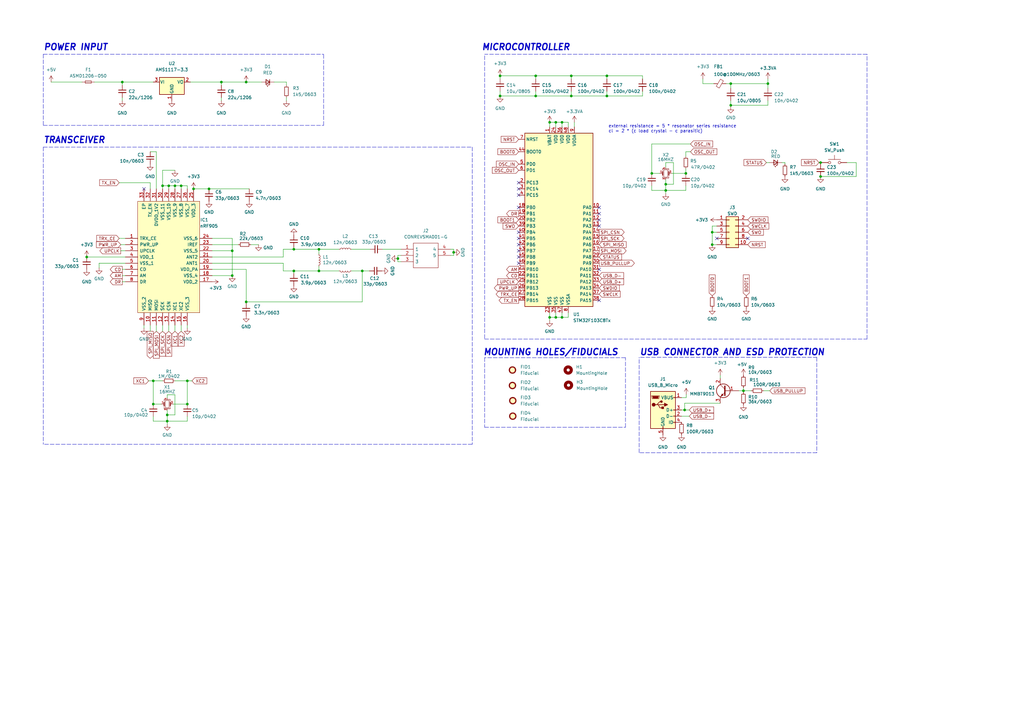
<source format=kicad_sch>
(kicad_sch (version 20211123) (generator eeschema)
  (paper "A3")
  (junction (at 267.335 71.12))
  (junction (at 292.1 100.33))
  (junction (at 314.96 34.29))
  (junction (at 148.59 111.125))
  (junction (at 273.05 78.105))
  (junction (at 234.315 39.37))
  (junction (at 76.835 165.735))
  (junction (at 68.58 172.72))
  (junction (at 281.305 71.12))
  (junction (at 95.25 113.03))
  (junction (at 299.72 34.29))
  (junction (at 227.965 50.165))
  (junction (at 248.92 31.115))
  (junction (at 62.865 156.21))
  (junction (at 292.1 95.25))
  (junction (at 280.797 168.148))
  (junction (at 130.81 102.235))
  (junction (at 230.505 130.175))
  (junction (at 225.425 50.165))
  (junction (at 273.05 75.565))
  (junction (at 163.195 106.045))
  (junction (at 85.725 77.47))
  (junction (at 62.865 165.735))
  (junction (at 219.71 39.37))
  (junction (at 130.81 111.125))
  (junction (at 120.523 111.125))
  (junction (at 76.835 156.21))
  (junction (at 74.295 76.2))
  (junction (at 71.755 76.2))
  (junction (at 100.965 123.825))
  (junction (at 248.92 39.37))
  (junction (at 227.965 130.175))
  (junction (at 66.675 76.2))
  (junction (at 69.215 76.2))
  (junction (at 100.965 33.655))
  (junction (at 95.25 102.87))
  (junction (at 35.56 105.41))
  (junction (at 225.425 130.175))
  (junction (at 186.055 103.505))
  (junction (at 120.523 102.235))
  (junction (at 219.71 31.115))
  (junction (at 299.72 43.18))
  (junction (at 205.105 31.115))
  (junction (at 304.927 160.274))
  (junction (at 230.505 50.165))
  (junction (at 336.55 66.675))
  (junction (at 68.58 170.18))
  (junction (at 79.375 77.47))
  (junction (at 90.805 33.655))
  (junction (at 234.315 31.115))
  (junction (at 50.165 33.655))
  (junction (at 205.105 39.37))
  (junction (at 336.55 72.39))
  (no_connect (at 245.745 110.49))
  (no_connect (at 212.725 74.93))
  (no_connect (at 212.725 102.87))
  (no_connect (at 212.725 85.09))
  (no_connect (at 212.725 100.33))
  (no_connect (at 212.725 77.47))
  (no_connect (at 245.745 92.71))
  (no_connect (at 212.725 105.41))
  (no_connect (at 212.725 80.01))
  (no_connect (at 212.725 97.79))
  (no_connect (at 212.725 95.25))
  (no_connect (at 212.725 107.95))
  (no_connect (at 306.705 97.79))
  (no_connect (at 59.055 77.47))
  (no_connect (at 245.745 85.09))
  (no_connect (at 245.745 87.63))
  (no_connect (at 294.005 97.79))
  (no_connect (at 245.745 123.19))
  (no_connect (at 245.745 90.17))
  (wire (pts (xy 74.295 76.2) (xy 74.295 77.47)))
  (wire (pts (xy 62.865 172.72) (xy 68.58 172.72)))
  (polyline (pts (xy 262.128 185.674) (xy 262.128 146.558)))
  (wire (pts (xy 68.58 161.925) (xy 71.755 161.925)))
  (wire (pts (xy 297.815 34.29) (xy 299.72 34.29)))
  (wire (pts (xy 86.995 102.87) (xy 95.25 102.87)))
  (wire (pts (xy 267.335 59.055) (xy 267.335 71.12)))
  (wire (pts (xy 234.315 37.465) (xy 234.315 39.37)))
  (wire (pts (xy 64.135 62.23) (xy 64.135 77.47)))
  (wire (pts (xy 276.225 66.675) (xy 276.225 75.565)))
  (polyline (pts (xy 198.755 139.065) (xy 355.6 139.065)))
  (wire (pts (xy 263.525 31.115) (xy 263.525 32.385)))
  (wire (pts (xy 120.523 101.473) (xy 120.523 102.235)))
  (wire (pts (xy 35.56 105.41) (xy 51.435 105.41)))
  (polyline (pts (xy 17.78 22.225) (xy 17.78 51.435)))
  (wire (pts (xy 90.805 33.655) (xy 90.805 34.925)))
  (wire (pts (xy 299.72 43.18) (xy 314.96 43.18)))
  (wire (pts (xy 336.55 66.675) (xy 337.185 66.675)))
  (wire (pts (xy 106.045 100.33) (xy 102.87 100.33)))
  (wire (pts (xy 120.523 111.125) (xy 120.523 112.141)))
  (wire (pts (xy 50.165 33.655) (xy 62.865 33.655)))
  (wire (pts (xy 295.402 153.924) (xy 295.402 155.194)))
  (wire (pts (xy 227.965 130.175) (xy 230.505 130.175)))
  (wire (pts (xy 186.055 103.505) (xy 186.055 104.775)))
  (wire (pts (xy 62.865 165.735) (xy 66.04 165.735)))
  (wire (pts (xy 69.215 133.35) (xy 69.215 135.89)))
  (wire (pts (xy 281.432 163.068) (xy 281.432 161.798)))
  (wire (pts (xy 86.995 105.41) (xy 116.205 105.41)))
  (wire (pts (xy 351.155 72.39) (xy 351.155 66.675)))
  (wire (pts (xy 186.055 102.235) (xy 186.055 103.505)))
  (wire (pts (xy 205.105 31.115) (xy 219.71 31.115)))
  (wire (pts (xy 163.195 104.775) (xy 163.195 106.045)))
  (wire (pts (xy 234.315 31.115) (xy 248.92 31.115)))
  (wire (pts (xy 292.735 34.29) (xy 288.29 34.29)))
  (wire (pts (xy 76.835 76.2) (xy 76.835 77.47)))
  (wire (pts (xy 230.505 50.165) (xy 230.505 52.07)))
  (wire (pts (xy 263.525 39.37) (xy 248.92 39.37)))
  (wire (pts (xy 100.965 123.825) (xy 100.965 124.46)))
  (wire (pts (xy 100.965 33.655) (xy 107.315 33.655)))
  (wire (pts (xy 148.59 111.125) (xy 151.511 111.125)))
  (polyline (pts (xy 355.6 22.225) (xy 198.755 22.225)))
  (wire (pts (xy 130.81 102.235) (xy 139.065 102.235)))
  (wire (pts (xy 86.995 110.49) (xy 100.965 110.49)))
  (wire (pts (xy 48.895 74.93) (xy 61.595 74.93)))
  (wire (pts (xy 225.425 50.165) (xy 227.965 50.165)))
  (wire (pts (xy 76.835 156.21) (xy 76.835 165.735)))
  (wire (pts (xy 76.835 156.21) (xy 78.74 156.21)))
  (wire (pts (xy 303.022 160.274) (xy 304.927 160.274)))
  (wire (pts (xy 299.72 41.275) (xy 299.72 43.18)))
  (wire (pts (xy 336.55 66.675) (xy 336.55 67.31)))
  (wire (pts (xy 163.195 106.045) (xy 163.195 107.315)))
  (wire (pts (xy 100.965 123.825) (xy 148.59 123.825)))
  (wire (pts (xy 299.72 43.815) (xy 299.72 43.18)))
  (wire (pts (xy 100.965 110.49) (xy 100.965 123.825)))
  (wire (pts (xy 234.315 31.115) (xy 234.315 32.385)))
  (wire (pts (xy 116.205 102.235) (xy 116.205 105.41)))
  (polyline (pts (xy 335.026 185.674) (xy 262.128 185.674)))
  (polyline (pts (xy 17.78 60.325) (xy 193.675 60.325)))
  (wire (pts (xy 275.59 71.12) (xy 281.305 71.12)))
  (wire (pts (xy 69.215 76.2) (xy 69.215 77.47)))
  (polyline (pts (xy 198.755 22.86) (xy 198.755 139.065)))
  (polyline (pts (xy 17.78 22.225) (xy 132.715 22.225)))
  (wire (pts (xy 281.305 78.105) (xy 281.305 76.2)))
  (polyline (pts (xy 256.54 175.26) (xy 256.54 146.685)))
  (wire (pts (xy 74.295 135.89) (xy 74.295 133.35)))
  (wire (pts (xy 66.675 133.35) (xy 66.675 135.89)))
  (wire (pts (xy 66.675 69.85) (xy 66.675 76.2)))
  (wire (pts (xy 279.527 168.148) (xy 280.797 168.148)))
  (wire (pts (xy 117.475 33.655) (xy 117.475 34.925)))
  (wire (pts (xy 233.045 128.27) (xy 233.045 130.175)))
  (wire (pts (xy 299.72 34.29) (xy 299.72 36.195)))
  (wire (pts (xy 273.05 73.66) (xy 273.05 75.565)))
  (wire (pts (xy 48.895 97.79) (xy 51.435 97.79)))
  (wire (pts (xy 38.735 33.655) (xy 50.165 33.655)))
  (wire (pts (xy 68.58 168.275) (xy 68.58 170.18)))
  (wire (pts (xy 163.195 107.315) (xy 164.465 107.315)))
  (wire (pts (xy 68.58 173.99) (xy 68.58 172.72)))
  (wire (pts (xy 144.145 111.125) (xy 148.59 111.125)))
  (wire (pts (xy 62.865 156.21) (xy 62.865 165.735)))
  (wire (pts (xy 68.58 172.72) (xy 76.835 172.72)))
  (wire (pts (xy 273.05 68.58) (xy 273.05 66.675)))
  (polyline (pts (xy 355.6 139.065) (xy 355.6 22.225)))
  (wire (pts (xy 320.675 66.675) (xy 321.945 66.675)))
  (wire (pts (xy 71.755 76.2) (xy 71.755 77.47)))
  (polyline (pts (xy 132.715 51.435) (xy 132.715 22.225)))
  (wire (pts (xy 90.805 33.655) (xy 100.965 33.655)))
  (wire (pts (xy 71.12 165.735) (xy 76.835 165.735)))
  (wire (pts (xy 130.81 111.125) (xy 139.065 111.125)))
  (wire (pts (xy 66.675 69.85) (xy 71.755 69.85)))
  (wire (pts (xy 267.335 78.105) (xy 273.05 78.105)))
  (wire (pts (xy 219.71 31.115) (xy 234.315 31.115)))
  (wire (pts (xy 304.927 160.274) (xy 304.927 160.909)))
  (wire (pts (xy 120.523 111.125) (xy 130.81 111.125)))
  (wire (pts (xy 267.335 78.105) (xy 267.335 76.2)))
  (wire (pts (xy 292.1 95.25) (xy 292.1 100.33)))
  (polyline (pts (xy 198.755 146.685) (xy 198.755 146.685)))
  (wire (pts (xy 116.205 107.95) (xy 116.205 111.125)))
  (wire (pts (xy 66.675 76.2) (xy 69.215 76.2)))
  (wire (pts (xy 230.505 50.165) (xy 233.045 50.165)))
  (wire (pts (xy 116.205 102.235) (xy 120.523 102.235)))
  (wire (pts (xy 294.005 92.71) (xy 292.1 92.71)))
  (wire (pts (xy 219.71 39.37) (xy 205.105 39.37)))
  (wire (pts (xy 335.915 66.675) (xy 336.55 66.675)))
  (wire (pts (xy 116.205 111.125) (xy 120.523 111.125)))
  (wire (pts (xy 60.96 156.21) (xy 62.865 156.21)))
  (wire (pts (xy 281.305 62.23) (xy 281.305 64.135)))
  (wire (pts (xy 130.81 109.22) (xy 130.81 111.125)))
  (wire (pts (xy 304.927 160.274) (xy 308.102 160.274)))
  (wire (pts (xy 156.845 102.235) (xy 164.465 102.235)))
  (wire (pts (xy 225.425 50.165) (xy 225.425 52.07)))
  (polyline (pts (xy 193.675 60.325) (xy 193.675 182.245)))
  (wire (pts (xy 267.335 59.055) (xy 283.21 59.055)))
  (wire (pts (xy 90.805 40.005) (xy 90.805 41.275)))
  (wire (pts (xy 273.05 78.105) (xy 281.305 78.105)))
  (wire (pts (xy 76.835 172.72) (xy 76.835 170.815)))
  (wire (pts (xy 234.315 39.37) (xy 219.71 39.37)))
  (wire (pts (xy 280.797 165.354) (xy 295.402 165.354)))
  (wire (pts (xy 314.325 66.675) (xy 315.595 66.675)))
  (wire (pts (xy 225.425 130.175) (xy 225.425 131.445)))
  (wire (pts (xy 273.05 66.675) (xy 276.225 66.675)))
  (polyline (pts (xy 193.675 182.245) (xy 17.78 182.245)))
  (wire (pts (xy 281.305 69.215) (xy 281.305 71.12)))
  (wire (pts (xy 276.225 75.565) (xy 273.05 75.565)))
  (wire (pts (xy 79.375 77.47) (xy 85.725 77.47)))
  (wire (pts (xy 40.64 109.855) (xy 40.64 107.95)))
  (wire (pts (xy 351.155 66.675) (xy 347.345 66.675)))
  (wire (pts (xy 59.055 133.35) (xy 59.055 134.62)))
  (wire (pts (xy 61.595 77.47) (xy 61.595 74.93)))
  (wire (pts (xy 50.165 33.655) (xy 50.165 34.925)))
  (wire (pts (xy 233.045 52.07) (xy 233.045 50.165)))
  (wire (pts (xy 95.25 102.87) (xy 95.25 113.03)))
  (wire (pts (xy 299.72 34.29) (xy 314.96 34.29)))
  (wire (pts (xy 86.995 100.33) (xy 97.79 100.33)))
  (wire (pts (xy 86.995 97.79) (xy 95.25 97.79)))
  (wire (pts (xy 49.53 102.87) (xy 51.435 102.87)))
  (wire (pts (xy 230.505 130.175) (xy 233.045 130.175)))
  (wire (pts (xy 248.92 31.115) (xy 248.92 32.385)))
  (wire (pts (xy 62.865 156.21) (xy 66.675 156.21)))
  (wire (pts (xy 304.927 159.004) (xy 304.927 160.274)))
  (wire (pts (xy 225.425 128.27) (xy 225.425 130.175)))
  (wire (pts (xy 321.945 66.675) (xy 321.945 67.31)))
  (wire (pts (xy 273.05 79.375) (xy 273.05 78.105)))
  (wire (pts (xy 282.702 170.688) (xy 279.527 170.688)))
  (wire (pts (xy 280.797 165.354) (xy 280.797 168.148)))
  (wire (pts (xy 130.81 102.235) (xy 130.81 104.14)))
  (wire (pts (xy 71.755 161.925) (xy 71.755 170.18)))
  (polyline (pts (xy 262.636 146.558) (xy 335.026 146.558)))
  (wire (pts (xy 95.25 97.79) (xy 95.25 102.87)))
  (wire (pts (xy 235.585 50.165) (xy 235.585 52.07)))
  (wire (pts (xy 248.92 31.115) (xy 263.525 31.115)))
  (wire (pts (xy 69.215 76.2) (xy 71.755 76.2)))
  (wire (pts (xy 205.105 32.385) (xy 205.105 31.115)))
  (wire (pts (xy 50.165 115.57) (xy 51.435 115.57)))
  (wire (pts (xy 205.105 39.37) (xy 205.105 37.465)))
  (wire (pts (xy 164.465 104.775) (xy 163.195 104.775)))
  (wire (pts (xy 248.92 39.37) (xy 234.315 39.37)))
  (wire (pts (xy 314.96 34.29) (xy 314.96 36.195)))
  (wire (pts (xy 71.755 156.21) (xy 76.835 156.21)))
  (wire (pts (xy 219.71 31.115) (xy 219.71 32.385)))
  (wire (pts (xy 120.523 102.235) (xy 130.81 102.235)))
  (wire (pts (xy 227.965 50.165) (xy 230.505 50.165)))
  (polyline (pts (xy 198.755 175.26) (xy 256.54 175.26)))
  (wire (pts (xy 71.755 135.89) (xy 71.755 133.35)))
  (wire (pts (xy 230.505 128.27) (xy 230.505 130.175)))
  (wire (pts (xy 273.05 75.565) (xy 273.05 78.105)))
  (wire (pts (xy 279.527 163.068) (xy 281.432 163.068)))
  (wire (pts (xy 144.145 102.235) (xy 151.765 102.235)))
  (wire (pts (xy 248.92 37.465) (xy 248.92 39.37)))
  (wire (pts (xy 68.58 170.18) (xy 68.58 172.72)))
  (wire (pts (xy 280.797 168.148) (xy 282.702 168.148)))
  (wire (pts (xy 117.475 40.005) (xy 117.475 41.275)))
  (wire (pts (xy 50.165 110.49) (xy 51.435 110.49)))
  (wire (pts (xy 78.105 33.655) (xy 90.805 33.655)))
  (wire (pts (xy 74.295 76.2) (xy 76.835 76.2)))
  (wire (pts (xy 292.1 100.33) (xy 294.005 100.33)))
  (wire (pts (xy 219.71 37.465) (xy 219.71 39.37)))
  (polyline (pts (xy 335.026 146.558) (xy 335.026 185.674)))
  (wire (pts (xy 20.955 33.655) (xy 33.655 33.655)))
  (wire (pts (xy 61.595 133.35) (xy 61.595 135.89)))
  (polyline (pts (xy 198.755 146.685) (xy 198.755 175.26)))
  (wire (pts (xy 86.995 107.95) (xy 116.205 107.95)))
  (wire (pts (xy 227.965 128.27) (xy 227.965 130.175)))
  (polyline (pts (xy 262.128 146.812) (xy 262.128 146.812)))
  (wire (pts (xy 227.965 52.07) (xy 227.965 50.165)))
  (wire (pts (xy 71.755 170.18) (xy 68.58 170.18)))
  (wire (pts (xy 184.785 102.235) (xy 186.055 102.235)))
  (wire (pts (xy 313.182 160.274) (xy 315.722 160.274)))
  (wire (pts (xy 66.675 77.47) (xy 66.675 76.2)))
  (wire (pts (xy 112.395 33.655) (xy 117.475 33.655)))
  (wire (pts (xy 186.055 104.775) (xy 184.785 104.775)))
  (wire (pts (xy 49.53 100.33) (xy 51.435 100.33)))
  (wire (pts (xy 64.135 133.35) (xy 64.135 135.89)))
  (polyline (pts (xy 17.78 51.435) (xy 132.715 51.435)))
  (wire (pts (xy 336.55 72.39) (xy 351.155 72.39)))
  (wire (pts (xy 76.835 133.35) (xy 76.835 134.62)))
  (wire (pts (xy 40.64 107.95) (xy 51.435 107.95)))
  (wire (pts (xy 263.525 37.465) (xy 263.525 39.37)))
  (wire (pts (xy 292.1 92.71) (xy 292.1 95.25)))
  (wire (pts (xy 148.59 111.125) (xy 148.59 123.825)))
  (wire (pts (xy 288.29 32.385) (xy 288.29 34.29)))
  (wire (pts (xy 62.865 172.72) (xy 62.865 170.815)))
  (polyline (pts (xy 256.54 146.685) (xy 198.755 146.685)))
  (wire (pts (xy 85.725 77.47) (xy 102.235 77.47)))
  (wire (pts (xy 50.165 113.03) (xy 51.435 113.03)))
  (wire (pts (xy 283.21 62.23) (xy 281.305 62.23)))
  (wire (pts (xy 61.595 62.23) (xy 64.135 62.23)))
  (wire (pts (xy 314.96 32.385) (xy 314.96 34.29)))
  (wire (pts (xy 292.1 95.25) (xy 294.005 95.25)))
  (wire (pts (xy 225.425 130.175) (xy 227.965 130.175)))
  (wire (pts (xy 314.96 41.275) (xy 314.96 43.18)))
  (polyline (pts (xy 17.78 60.325) (xy 17.78 182.245)))
  (wire (pts (xy 68.58 163.195) (xy 68.58 161.925)))
  (wire (pts (xy 86.995 113.03) (xy 95.25 113.03)))
  (wire (pts (xy 267.335 71.12) (xy 270.51 71.12)))
  (wire (pts (xy 71.755 76.2) (xy 74.295 76.2)))
  (wire (pts (xy 50.165 40.005) (xy 50.165 41.275)))
  (text "TRANSCEIVER" (at 17.78 59.055 0) (effects (font (size 2.54 2.54) (thickness 0.508) bold italic) (justify left bottom)))
  (text "MOUNTING HOLES/FIDUCIALS\n" (at 198.12 146.05 0) (effects (font (size 2.54 2.54) (thickness 0.508) bold italic) (justify left bottom)))
  (text "USB CONNECTOR AND ESD PROTECTION" (at 262.255 146.05 0) (effects (font (size 2.54 2.54) (thickness 0.508) bold italic) (justify left bottom)))
  (text "POWER INPUT" (at 17.78 20.955 0) (effects (font (size 2.54 2.54) (thickness 0.508) bold italic) (justify left bottom)))
  (text "external resistance = 5 * resonator series resistance\ncl = 2 * (c load crystal - c parasitic)" (at 249.555 54.61 0) (effects (font (size 1.27 1.27)) (justify left bottom)))
  (text "MICROCONTROLLER" (at 197.485 20.955 0) (effects (font (size 2.54 2.54) (thickness 0.508) bold italic) (justify left bottom)))
  (global_label "STATUS" (shape input) (at 245.745 105.41 0) (property "Intersheet References" "${INTERSHEET_REFS}" (effects hide)))
  (global_label "SWDIO" (shape input) (at 306.705 90.17 0) (property "Intersheet References" "${INTERSHEET_REFS}" (effects hide)))
  (global_label "SPI_SCK" (shape input) (at 66.675 135.89 270) (property "Intersheet References" "${INTERSHEET_REFS}" (effects hide)))
  (global_label "SPI_SCK" (shape output) (at 245.745 97.79 0) (property "Intersheet References" "${INTERSHEET_REFS}" (effects hide)))
  (global_label "USB_PULLUP" (shape output) (at 245.745 107.95 0) (property "Intersheet References" "${INTERSHEET_REFS}" (effects hide)))
  (global_label "USB_PULLUP" (shape input) (at 315.722 160.274 0) (property "Intersheet References" "${INTERSHEET_REFS}" (effects hide)))
  (global_label "SWCLK" (shape input) (at 306.705 92.71 0) (property "Intersheet References" "${INTERSHEET_REFS}" (effects hide)))
  (global_label "NRST" (shape input) (at 335.915 66.675 180) (property "Intersheet References" "${INTERSHEET_REFS}" (effects hide)))
  (global_label "USB_D-" (shape input) (at 282.702 170.688 0) (property "Intersheet References" "${INTERSHEET_REFS}" (effects hide)))
  (global_label "SPI_CSN" (shape output) (at 245.745 95.25 0) (property "Intersheet References" "${INTERSHEET_REFS}" (effects hide)))
  (global_label "UPCLK" (shape output) (at 49.53 102.87 180) (property "Intersheet References" "${INTERSHEET_REFS}" (effects hide)))
  (global_label "XC2" (shape input) (at 78.74 156.21 0) (property "Intersheet References" "${INTERSHEET_REFS}" (effects hide)))
  (global_label "SPI_CSN" (shape input) (at 69.215 135.89 270) (property "Intersheet References" "${INTERSHEET_REFS}" (effects hide)))
  (global_label "OSC_OUT" (shape input) (at 212.725 69.85 180) (property "Intersheet References" "${INTERSHEET_REFS}" (effects hide)))
  (global_label "SPI_MOSI" (shape output) (at 245.745 102.87 0) (property "Intersheet References" "${INTERSHEET_REFS}" (effects hide)))
  (global_label "USB_D-" (shape input) (at 245.745 113.03 0) (property "Intersheet References" "${INTERSHEET_REFS}" (effects hide)))
  (global_label "SWO" (shape input) (at 212.725 92.71 180) (property "Intersheet References" "${INTERSHEET_REFS}" (effects hide)))
  (global_label "OSC_IN" (shape input) (at 212.725 67.31 180) (property "Intersheet References" "${INTERSHEET_REFS}" (effects hide)))
  (global_label "BOOT1" (shape input) (at 212.725 90.17 180) (property "Intersheet References" "${INTERSHEET_REFS}" (effects hide)))
  (global_label "TX_EN" (shape output) (at 212.725 123.19 180) (property "Intersheet References" "${INTERSHEET_REFS}" (effects hide)))
  (global_label "BOOT0" (shape input) (at 292.1 121.285 90) (property "Intersheet References" "${INTERSHEET_REFS}" (effects hide)))
  (global_label "BOOT1" (shape input) (at 306.07 121.285 90) (property "Intersheet References" "${INTERSHEET_REFS}" (effects hide)))
  (global_label "DR" (shape output) (at 50.165 115.57 180) (property "Intersheet References" "${INTERSHEET_REFS}" (effects hide)))
  (global_label "OSC_OUT" (shape input) (at 283.21 62.23 0) (property "Intersheet References" "${INTERSHEET_REFS}" (effects hide)))
  (global_label "SPI_MISO" (shape output) (at 61.595 135.89 270) (property "Intersheet References" "${INTERSHEET_REFS}" (effects hide)))
  (global_label "USB_D+" (shape input) (at 282.702 168.148 0) (property "Intersheet References" "${INTERSHEET_REFS}" (effects hide)))
  (global_label "AM" (shape output) (at 212.725 110.49 180) (property "Intersheet References" "${INTERSHEET_REFS}" (effects hide)))
  (global_label "SWO" (shape input) (at 306.705 95.25 0) (property "Intersheet References" "${INTERSHEET_REFS}" (effects hide)))
  (global_label "XC1" (shape input) (at 71.755 135.89 270) (property "Intersheet References" "${INTERSHEET_REFS}" (effects hide)))
  (global_label "BOOT0" (shape input) (at 212.725 62.23 180) (property "Intersheet References" "${INTERSHEET_REFS}" (effects hide)))
  (global_label "DR" (shape output) (at 212.725 87.63 180) (property "Intersheet References" "${INTERSHEET_REFS}" (effects hide)))
  (global_label "SWCLK" (shape input) (at 245.745 120.65 0) (property "Intersheet References" "${INTERSHEET_REFS}" (effects hide)))
  (global_label "UPCLK" (shape input) (at 212.725 115.57 180) (property "Intersheet References" "${INTERSHEET_REFS}" (effects hide)))
  (global_label "TX_EN" (shape input) (at 48.895 74.93 180) (property "Intersheet References" "${INTERSHEET_REFS}" (effects hide)))
  (global_label "SPI_MISO" (shape input) (at 245.745 100.33 0) (property "Intersheet References" "${INTERSHEET_REFS}" (effects hide)))
  (global_label "TRX_CE" (shape input) (at 48.895 97.79 180) (property "Intersheet References" "${INTERSHEET_REFS}" (effects hide)))
  (global_label "PWR_UP" (shape output) (at 212.725 118.11 180) (property "Intersheet References" "${INTERSHEET_REFS}" (effects hide)))
  (global_label "XC1" (shape input) (at 60.96 156.21 180) (property "Intersheet References" "${INTERSHEET_REFS}" (effects hide)))
  (global_label "SWDIO" (shape input) (at 245.745 118.11 0) (property "Intersheet References" "${INTERSHEET_REFS}" (effects hide)))
  (global_label "PWR_UP" (shape input) (at 49.53 100.33 180) (property "Intersheet References" "${INTERSHEET_REFS}" (effects hide)))
  (global_label "SPI_MOSI" (shape input) (at 64.135 135.89 270) (property "Intersheet References" "${INTERSHEET_REFS}" (effects hide)))
  (global_label "NRST" (shape input) (at 306.705 100.33 0) (property "Intersheet References" "${INTERSHEET_REFS}" (effects hide)))
  (global_label "TRX_CE" (shape output) (at 212.725 120.65 180) (property "Intersheet References" "${INTERSHEET_REFS}" (effects hide)))
  (global_label "OSC_IN" (shape input) (at 283.21 59.055 0) (property "Intersheet References" "${INTERSHEET_REFS}" (effects hide)))
  (global_label "STATUS" (shape input) (at 314.325 66.675 180) (property "Intersheet References" "${INTERSHEET_REFS}" (effects hide)))
  (global_label "CD" (shape output) (at 50.165 110.49 180) (property "Intersheet References" "${INTERSHEET_REFS}" (effects hide)))
  (global_label "CD" (shape output) (at 212.725 113.03 180) (property "Intersheet References" "${INTERSHEET_REFS}" (effects hide)))
  (global_label "XC2" (shape input) (at 74.295 135.89 270) (property "Intersheet References" "${INTERSHEET_REFS}" (effects hide)))
  (global_label "AM" (shape output) (at 50.165 113.03 180) (property "Intersheet References" "${INTERSHEET_REFS}" (effects hide)))
  (global_label "NRST" (shape input) (at 212.725 57.15 180) (property "Intersheet References" "${INTERSHEET_REFS}" (effects hide)))
  (global_label "USB_D+" (shape input) (at 245.745 115.57 0) (property "Intersheet References" "${INTERSHEET_REFS}" (effects hide)))
  (symbol (lib_id "Device:L_Small") (at 141.605 102.235 90) (unit 1)
    (property "Reference" "L2" (at 141.605 96.901 90))
    (property "Value" "12n/0603" (at 141.605 99.441 90))
    (property "Footprint" "Inductor_SMD:L_0603_1608Metric" (effects hide))
  )
  (symbol (lib_id "Device:R_Small") (at 310.642 160.274 90) (unit 1)
    (property "Reference" "R11" (at 311.277 155.829 90) (effects (justify left)))
    (property "Value" "100R/0603" (at 320.167 157.734 90) (effects (justify left)))
    (property "Footprint" "Resistor_SMD:R_0603_1608Metric" (effects hide))
  )
  (symbol (lib_id "Switch:SW_Push") (at 342.265 66.675 0) (unit 1)
    (property "Reference" "SW1" (at 342.265 59.055 0))
    (property "Value" "SW_Push" (at 342.265 61.595 0))
    (property "Footprint" "Button_Switch_THT:SW_PUSH_6mm" (effects hide))
  )
  (symbol (lib_id "power:GND") (at 306.07 126.365 0) (unit 1)
    (property "Reference" "#PWR0132" (effects hide))
    (property "Value" "GND" (at 306.07 130.81 0))
  )
  (symbol (lib_id "Device:C_Small") (at 281.305 73.66 0) (unit 1)
    (property "Reference" "C20" (at 283.21 73.66 0) (effects (justify left)))
    (property "Value" "10p/0402" (at 283.21 76.2 0) (effects (justify left)))
    (property "Footprint" "Capacitor_SMD:C_0402_1005Metric" (effects hide))
  )
  (symbol (lib_id "Device:Q_NPN_BCE") (at 297.942 160.274 0) (mirror y) (unit 1)
    (property "Reference" "Q1" (at 293.37 159.004 0) (effects (justify left)))
    (property "Value" "MMBT9013" (at 293.116 161.544 0) (effects (justify left)))
    (property "Footprint" "Package_TO_SOT_SMD:SOT-23" (effects hide))
  )
  (symbol (lib_id "Device:FerriteBead_Small") (at 295.275 34.29 90) (unit 1)
    (property "Reference" "FB1" (at 294.64 27.305 90))
    (property "Value" "100@100MHz/0603" (at 302.26 30.48 90))
    (property "Footprint" "Inductor_SMD:L_0603_1608Metric" (effects hide))
  )
  (symbol (lib_id "power:GND") (at 100.965 129.54 0) (unit 1)
    (property "Reference" "#PWR0126" (effects hide))
    (property "Value" "GND" (at 100.965 133.985 0))
  )
  (symbol (lib_id "power:GND") (at 299.72 43.815 0) (unit 1)
    (property "Reference" "#PWR0130" (effects hide))
    (property "Value" "GND" (at 299.72 48.26 0))
  )
  (symbol (lib_id "Device:C_Small") (at 219.71 34.925 0) (unit 1)
    (property "Reference" "C15" (at 222.25 34.925 0) (effects (justify left)))
    (property "Value" "100n/0402" (at 222.25 37.465 0) (effects (justify left)))
    (property "Footprint" "Capacitor_SMD:C_0402_1005Metric" (effects hide))
  )
  (symbol (lib_id "Device:C_Small") (at 299.72 38.735 0) (unit 1)
    (property "Reference" "C21" (at 302.26 38.735 0) (effects (justify left)))
    (property "Value" "10u/0805" (at 302.26 41.275 0) (effects (justify left)))
    (property "Footprint" "Capacitor_SMD:C_0805_2012Metric" (effects hide))
  )
  (symbol (lib_id "power:+3.3VA") (at 314.96 32.385 0) (unit 1)
    (property "Reference" "#PWR0128" (effects hide))
    (property "Value" "+3.3VA" (at 314.96 27.94 0))
  )
  (symbol (lib_id "Device:LED_Small") (at 318.135 66.675 180) (unit 1)
    (property "Reference" "D2" (at 317.5 62.23 0))
    (property "Value" "RED" (at 318.135 64.135 0))
    (property "Footprint" "LED_SMD:LED_0603_1608Metric" (effects hide))
  )
  (symbol (lib_id "power:+3.3V") (at 79.375 77.47 0) (unit 1)
    (property "Reference" "#PWR0119" (effects hide))
    (property "Value" "+3.3V" (at 79.375 72.39 0))
  )
  (symbol (lib_id "power:GND") (at 321.945 72.39 0) (unit 1)
    (property "Reference" "#PWR0134" (effects hide))
    (property "Value" "GND" (at 321.945 77.47 0))
  )
  (symbol (lib_id "Device:R_Small") (at 281.305 66.675 180) (unit 1)
    (property "Reference" "R5" (at 285.75 66.04 0) (effects (justify left)))
    (property "Value" "47R/0402" (at 293.37 68.58 0) (effects (justify left)))
    (property "Footprint" "Resistor_SMD:R_0402_1005Metric" (effects hide))
  )
  (symbol (lib_id "power:GND") (at 68.58 173.99 0) (unit 1)
    (property "Reference" "#PWR0124" (effects hide))
    (property "Value" "GND" (at 68.58 178.435 0))
  )
  (symbol (lib_id "Device:LED_Small") (at 109.855 33.655 180) (unit 1)
    (property "Reference" "D1" (at 109.7915 27.305 0))
    (property "Value" "RED" (at 109.7915 29.845 0))
    (property "Footprint" "LED_SMD:LED_0603_1608Metric" (effects hide))
  )
  (symbol (lib_id "Device:C_Small") (at 336.55 69.85 0) (unit 1)
    (property "Reference" "C23" (at 339.09 68.58 0) (effects (justify left)))
    (property "Value" "100n/0402" (at 339.09 71.12 0) (effects (justify left)))
    (property "Footprint" "Capacitor_SMD:C_0402_1005Metric" (effects hide))
  )
  (symbol (lib_id "power:GND") (at 205.105 39.37 0) (unit 1)
    (property "Reference" "#PWR0139" (effects hide))
    (property "Value" "GND" (at 205.105 44.45 0))
  )
  (symbol (lib_id "power:GND") (at 225.425 131.445 0) (unit 1)
    (property "Reference" "#PWR0127" (effects hide))
    (property "Value" "GND" (at 225.425 135.89 0))
  )
  (symbol (lib_id "power:+5V") (at 304.927 153.924 0) (unit 1)
    (property "Reference" "#PWR0145" (effects hide))
    (property "Value" "+5V" (at 304.292 149.479 0))
  )
  (symbol (lib_id "Device:C_Small") (at 267.335 73.66 0) (unit 1)
    (property "Reference" "C19" (at 260.985 73.66 0) (effects (justify left)))
    (property "Value" "10p/0402" (at 255.27 76.2 0) (effects (justify left)))
    (property "Footprint" "Capacitor_SMD:C_0402_1005Metric" (effects hide))
  )
  (symbol (lib_id "Device:C_Small") (at 120.523 114.681 0) (unit 1)
    (property "Reference" "C11" (at 123.063 113.4172 0) (effects (justify left)))
    (property "Value" "3.9p/0603" (at 123.317 115.951 0) (effects (justify left)))
    (property "Footprint" "Capacitor_SMD:C_0603_1608Metric" (effects hide))
  )
  (symbol (lib_id "power:GND") (at 117.475 41.275 0) (unit 1)
    (property "Reference" "#PWR0106" (effects hide))
    (property "Value" "GND" (at 117.475 46.355 0))
  )
  (symbol (lib_id "Device:R_Small") (at 69.215 156.21 270) (unit 1)
    (property "Reference" "R1" (at 67.945 152.4 90) (effects (justify left)))
    (property "Value" "1M/0402" (at 64.77 154.305 90) (effects (justify left)))
    (property "Footprint" "Resistor_SMD:R_0402_1005Metric" (effects hide))
  )
  (symbol (lib_id "power:+3.3VA") (at 235.585 50.165 0) (unit 1)
    (property "Reference" "#PWR0141" (effects hide))
    (property "Value" "+3.3VA" (at 235.585 45.72 0))
  )
  (symbol (lib_id "Device:C_Small") (at 154.305 102.235 90) (unit 1)
    (property "Reference" "C13" (at 155.067 96.901 90) (effects (justify left)))
    (property "Value" "33p/0603" (at 158.369 99.187 90) (effects (justify left)))
    (property "Footprint" "Capacitor_SMD:C_0603_1608Metric" (effects hide))
  )
  (symbol (lib_id "power:+3.3V") (at 294.005 90.17 90) (unit 1)
    (property "Reference" "#PWR0131" (effects hide))
    (property "Value" "+3.3V" (at 285.115 90.17 90) (effects (justify right)))
  )
  (symbol (lib_id "Device:R_Small") (at 292.1 123.825 0) (unit 1)
    (property "Reference" "R4" (at 294.005 122.5549 0) (effects (justify left)))
    (property "Value" "10k/0603" (at 294.005 125.095 0) (effects (justify left)))
    (property "Footprint" "Resistor_SMD:R_0603_1608Metric" (effects hide))
  )
  (symbol (lib_id "Mechanical:MountingHole") (at 233.045 151.765 0) (unit 1)
    (property "Reference" "H1" (at 236.22 150.4949 0) (effects (justify left)))
    (property "Value" "MountingHole" (at 236.22 153.0349 0) (effects (justify left)))
    (property "Footprint" "MountingHole:MountingHole_3.2mm_M3" (effects hide))
  )
  (symbol (lib_id "power:GND") (at 95.25 113.03 0) (unit 1)
    (property "Reference" "#PWR0113" (effects hide))
    (property "Value" "GND" (at 95.25 117.475 0))
  )
  (symbol (lib_id "Device:C_Small") (at 154.051 111.125 90) (mirror x) (unit 1)
    (property "Reference" "C12" (at 155.575 114.173 90) (effects (justify left)))
    (property "Value" "33p/0603" (at 158.877 116.459 90) (effects (justify left)))
    (property "Footprint" "Capacitor_SMD:C_0603_1608Metric" (effects hide))
  )
  (symbol (lib_id "Device:C_Small") (at 100.965 127 0) (unit 1)
    (property "Reference" "C7" (at 104.14 125.7362 0) (effects (justify left)))
    (property "Value" "3.3n/0603" (at 104.14 128.2762 0) (effects (justify left)))
    (property "Footprint" "Capacitor_SMD:C_0603_1608Metric" (effects hide))
  )
  (symbol (lib_id "power:GND") (at 292.1 126.365 0) (unit 1)
    (property "Reference" "#PWR0136" (effects hide))
    (property "Value" "GND" (at 292.1 130.81 0))
  )
  (symbol (lib_id "power:GND") (at 120.523 96.393 180) (unit 1)
    (property "Reference" "#PWR0112" (effects hide))
    (property "Value" "GND" (at 120.523 91.948 0))
  )
  (symbol (lib_id "power:GND") (at 336.55 72.39 0) (unit 1)
    (property "Reference" "#PWR0133" (effects hide))
    (property "Value" "GND" (at 336.55 77.47 0))
  )
  (symbol (lib_id "power:+3.3V") (at 100.965 33.655 0) (unit 1)
    (property "Reference" "#PWR0108" (effects hide))
    (property "Value" "+3.3V" (at 100.965 28.575 0))
  )
  (symbol (lib_id "Device:R_Small") (at 304.927 163.449 0) (unit 1)
    (property "Reference" "R10" (at 306.832 162.814 0) (effects (justify left)))
    (property "Value" "36k/0603" (at 306.832 164.719 0) (effects (justify left)))
    (property "Footprint" "Resistor_SMD:R_0603_1608Metric" (effects hide))
  )
  (symbol (lib_id "power:GND") (at 120.523 117.221 0) (unit 1)
    (property "Reference" "#PWR0111" (effects hide))
    (property "Value" "GND" (at 120.523 121.666 0))
  )
  (symbol (lib_id "Connector_Generic:Conn_02x05_Odd_Even") (at 299.085 95.25 0) (unit 1)
    (property "Reference" "J3" (at 300.355 85.09 0))
    (property "Value" "SWD" (at 300.355 87.63 0))
    (property "Footprint" "Connector_PinHeader_2.54mm:PinHeader_2x05_P2.54mm_Vertical_SMD" (effects hide))
  )
  (symbol (lib_id "Mechanical:Fiducial") (at 210.312 170.688 0) (unit 1)
    (property "Reference" "FID4" (at 213.36 169.4179 0) (effects (justify left)))
    (property "Value" "Fiducial" (at 213.36 171.9579 0) (effects (justify left)))
    (property "Footprint" "Fiducial:Fiducial_1mm_Mask2mm" (effects hide))
  )
  (symbol (lib_id "power:GND") (at 70.485 41.275 0) (unit 1)
    (property "Reference" "#PWR0109" (effects hide))
    (property "Value" "GND" (at 70.485 46.355 0))
  )
  (symbol (lib_id "power:GND") (at 102.235 82.55 0) (unit 1)
    (property "Reference" "#PWR0115" (effects hide))
    (property "Value" "GND" (at 102.235 86.995 0))
  )
  (symbol (lib_id "Regulator_Linear:AMS1117-3.3") (at 70.485 33.655 0) (unit 1)
    (property "Reference" "U2" (at 70.485 26.035 0))
    (property "Value" "AMS1117-3.3" (at 70.485 28.575 0))
    (property "Footprint" "Package_TO_SOT_SMD:SOT-223-3_TabPin2" (effects hide))
    (property "Datasheet" "http://www.advanced-monolithic.com/pdf/ds1117.pdf" (effects hide))
  )
  (symbol (lib_id "power:GND") (at 271.907 178.308 0) (unit 1)
    (property "Reference" "#PWR0142" (effects hide))
    (property "Value" "GND" (at 271.907 183.388 0))
  )
  (symbol (lib_id "Device:L_Small") (at 141.605 111.125 270) (unit 1)
    (property "Reference" "L3" (at 141.605 113.157 90))
    (property "Value" "12n/0603" (at 141.605 115.443 90))
    (property "Footprint" "Inductor_SMD:L_0603_1608Metric" (effects hide))
  )
  (symbol (lib_id "Device:C_Small") (at 85.725 80.01 0) (unit 1)
    (property "Reference" "C6" (at 88.265 78.7462 0) (effects (justify left)))
    (property "Value" "33p/0603" (at 88.265 81.2862 0) (effects (justify left)))
    (property "Footprint" "Capacitor_SMD:C_0603_1608Metric" (effects hide))
  )
  (symbol (lib_id "Device:Crystal_GND24_Small") (at 273.05 71.12 0) (unit 1)
    (property "Reference" "X2" (at 273.05 63.5 0))
    (property "Value" "16MHZ" (at 273.05 65.405 0))
    (property "Footprint" "Crystal:Crystal_SMD_3225-4Pin_3.2x2.5mm" (effects hide))
  )
  (symbol (lib_id "power:+3.3V") (at 35.56 105.41 0) (unit 1)
    (property "Reference" "#PWR0121" (effects hide))
    (property "Value" "+3.3V" (at 35.56 100.33 0))
  )
  (symbol (lib_id "Device:Crystal_GND24_Small") (at 68.58 165.735 0) (unit 1)
    (property "Reference" "X1" (at 68.58 158.75 0))
    (property "Value" "16MHZ" (at 68.58 160.655 0))
    (property "Footprint" "Crystal:Crystal_SMD_3225-4Pin_3.2x2.5mm" (effects hide))
  )
  (symbol (lib_id "power:GND") (at 163.195 106.045 270) (unit 1)
    (property "Reference" "#PWR0117" (effects hide))
    (property "Value" "GND" (at 159.385 106.045 0))
  )
  (symbol (lib_id "power:GND") (at 186.055 103.505 90) (unit 1)
    (property "Reference" "#PWR0116" (effects hide))
    (property "Value" "GND" (at 189.865 103.505 0))
  )
  (symbol (lib_id "power:GND") (at 273.05 79.375 0) (unit 1)
    (property "Reference" "#PWR0137" (effects hide))
    (property "Value" "GND" (at 273.05 83.82 0))
  )
  (symbol (lib_id "Device:C_Small") (at 50.165 37.465 0) (unit 1)
    (property "Reference" "C2" (at 52.705 37.465 0) (effects (justify left)))
    (property "Value" "22u/1206" (at 52.705 40.005 0) (effects (justify left)))
    (property "Footprint" "Capacitor_SMD:C_1206_3216Metric" (effects hide))
  )
  (symbol (lib_id "Device:C_Small") (at 76.835 168.275 0) (unit 1)
    (property "Reference" "C5" (at 78.74 168.275 0) (effects (justify left)))
    (property "Value" "10p/0402" (at 78.74 170.815 0) (effects (justify left)))
    (property "Footprint" "Capacitor_SMD:C_0402_1005Metric" (effects hide))
  )
  (symbol (lib_id "power:GND") (at 90.805 41.275 0) (unit 1)
    (property "Reference" "#PWR0107" (effects hide))
    (property "Value" "GND" (at 90.805 46.355 0))
  )
  (symbol (lib_id "power:GND") (at 106.045 100.33 0) (unit 1)
    (property "Reference" "#PWR0114" (effects hide))
    (property "Value" "GND" (at 107.95 101.5999 0) (effects (justify left)))
  )
  (symbol (lib_id "Device:C_Small") (at 35.56 107.95 0) (mirror x) (unit 1)
    (property "Reference" "C1" (at 32.385 106.6735 0) (effects (justify right)))
    (property "Value" "33p/0603" (at 32.385 109.2135 0) (effects (justify right)))
    (property "Footprint" "Capacitor_SMD:C_0603_1608Metric" (effects hide))
  )
  (symbol (lib_id "power:GND") (at 71.755 69.85 0) (unit 1)
    (property "Reference" "#PWR0105" (effects hide))
    (property "Value" "GND" (at 71.755 74.295 0))
  )
  (symbol (lib_id "Device:C_Small") (at 120.523 98.933 0) (unit 1)
    (property "Reference" "C10" (at 123.063 97.6692 0) (effects (justify left)))
    (property "Value" "3.9p/0603" (at 123.317 100.203 0) (effects (justify left)))
    (property "Footprint" "Capacitor_SMD:C_0603_1608Metric" (effects hide))
  )
  (symbol (lib_id "Device:R_Small") (at 306.07 123.825 0) (unit 1)
    (property "Reference" "R6" (at 307.975 122.5549 0) (effects (justify left)))
    (property "Value" "10k/0603" (at 307.975 125.0949 0) (effects (justify left)))
    (property "Footprint" "Resistor_SMD:R_0603_1608Metric" (effects hide))
  )
  (symbol (lib_id "Mechanical:Fiducial") (at 210.185 158.115 0) (unit 1)
    (property "Reference" "FID2" (at 213.36 156.8449 0) (effects (justify left)))
    (property "Value" "Fiducial" (at 213.36 159.3849 0) (effects (justify left)))
    (property "Footprint" "Fiducial:Fiducial_1mm_Mask2mm" (effects hide))
  )
  (symbol (lib_id "Device:R_Small") (at 321.945 69.85 0) (unit 1)
    (property "Reference" "R7" (at 323.85 68.5799 0) (effects (justify left)))
    (property "Value" "1k5/0603" (at 323.85 71.1199 0) (effects (justify left)))
    (property "Footprint" "Resistor_SMD:R_0603_1608Metric" (effects hide))
  )
  (symbol (lib_id "Device:C_Small") (at 263.525 34.925 0) (unit 1)
    (property "Reference" "C18" (at 266.065 34.925 0) (effects (justify left)))
    (property "Value" "100n/0402" (at 266.065 37.465 0) (effects (justify left)))
    (property "Footprint" "Capacitor_SMD:C_0402_1005Metric" (effects hide))
  )
  (symbol (lib_id "Device:C_Small") (at 234.315 34.925 0) (unit 1)
    (property "Reference" "C16" (at 236.855 34.925 0) (effects (justify left)))
    (property "Value" "100n/0402" (at 236.855 37.465 0) (effects (justify left)))
    (property "Footprint" "Capacitor_SMD:C_0402_1005Metric" (effects hide))
  )
  (symbol (lib_id "power:GND") (at 61.595 67.31 0) (unit 1)
    (property "Reference" "#PWR0104" (effects hide))
    (property "Value" "GND" (at 61.595 72.39 0))
  )
  (symbol (lib_id "Device:C_Small") (at 102.235 80.01 0) (unit 1)
    (property "Reference" "C9" (at 104.775 78.7462 0) (effects (justify left)))
    (property "Value" "4.7n/0603" (at 104.775 81.2862 0) (effects (justify left)))
    (property "Footprint" "Capacitor_SMD:C_0603_1608Metric" (effects hide))
  )
  (symbol (lib_id "power:GND") (at 292.1 100.33 0) (unit 1)
    (property "Reference" "#PWR0138" (effects hide))
    (property "Value" "GND" (at 292.1 105.41 0))
  )
  (symbol (lib_id "Device:R_Small") (at 304.927 156.464 0) (unit 1)
    (property "Reference" "R9" (at 306.832 150.749 0) (effects (justify left)))
    (property "Value" "10k/0603" (at 306.832 152.654 0) (effects (justify left)))
    (property "Footprint" "Resistor_SMD:R_0603_1608Metric" (effects hide))
  )
  (symbol (lib_id "power:+3.3V") (at 86.995 115.57 270) (unit 1)
    (property "Reference" "#PWR0120" (effects hide))
    (property "Value" "+3.3V" (at 85.725 118.11 90) (effects (justify left)))
  )
  (symbol (lib_id "power:GND") (at 279.527 178.308 0) (unit 1)
    (property "Reference" "#PWR0146" (effects hide))
    (property "Value" "GND" (at 279.527 183.388 0))
  )
  (symbol (lib_id "power:+5V") (at 281.432 161.798 0) (unit 1)
    (property "Reference" "#PWR0144" (effects hide))
    (property "Value" "+5V" (at 281.432 156.718 0))
  )
  (symbol (lib_id "power:GND") (at 59.055 134.62 0) (unit 1)
    (property "Reference" "#PWR0101" (effects hide))
    (property "Value" "GND" (at 59.055 139.065 0))
  )
  (symbol (lib_id "power:+3.3V") (at 205.105 31.115 0) (unit 1)
    (property "Reference" "#PWR0140" (effects hide))
    (property "Value" "+3.3V" (at 205.105 26.035 0))
  )
  (symbol (lib_id "power:GND") (at 156.591 111.125 90) (unit 1)
    (property "Reference" "#PWR0118" (effects hide))
    (property "Value" "GND" (at 161.036 111.125 0))
  )
  (symbol (lib_id "Device:R_Small") (at 100.33 100.33 90) (unit 1)
    (property "Reference" "R2" (at 100.965 95.885 90) (effects (justify left)))
    (property "Value" "22k/0603" (at 107.95 97.79 90) (effects (justify left)))
    (property "Footprint" "Resistor_SMD:R_0603_1608Metric" (effects hide))
  )
  (symbol (lib_id "power:+3.3V") (at 288.29 32.385 0) (unit 1)
    (property "Reference" "#PWR0129" (effects hide))
    (property "Value" "+3.3V" (at 288.29 27.305 0))
  )
  (symbol (lib_id "CONREVSMA001-G:CONREVSMA001-G") (at 164.465 102.235 0) (unit 1)
    (property "Reference" "J2" (at 174.625 94.615 0))
    (property "Value" "CONREVSMA001-G" (at 174.625 97.155 0))
    (property "Footprint" "CONREVSMA001:CONREVSMA001G" (effects hide))
    (property "Datasheet" "https://linxtechnologies.com/wp/wp-content/uploads/conrevsma001-g.pdf" (effects hide))
    (property "Description" "RF Connectors / Coaxial Connectors RP-SMA Female PCB Mount - Gold" (effects hide))
    (property "Height" "9" (effects hide))
    (property "Manufacturer_Name" "Linx Technologies" (effects hide))
    (property "Manufacturer_Part_Number" "CONREVSMA001-G" (effects hide))
    (property "Mouser Part Number" "712-CONREVSMA001-G" (effects hide))
    (property "Mouser Price/Stock" "https://www.mouser.co.uk/ProductDetail/Linx-Technologies/CONREVSMA001-G?qs=W0r2Z67sYILo7qw9wjKWjA%3D%3D" (effects hide))
  )
  (symbol (lib_id "power:GND") (at 40.64 109.855 0) (mirror y) (unit 1)
    (property "Reference" "#PWR0122" (effects hide))
    (property "Value" "GND" (at 40.64 114.3 0))
  )
  (symbol (lib_id "Mechanical:Fiducial") (at 210.312 164.338 0) (unit 1)
    (property "Reference" "FID3" (at 213.36 163.0679 0) (effects (justify left)))
    (property "Value" "Fiducial" (at 213.36 165.6079 0) (effects (justify left)))
    (property "Footprint" "Fiducial:Fiducial_1mm_Mask2mm" (effects hide))
  )
  (symbol (lib_id "Device:C_Small") (at 61.595 64.77 0) (mirror x) (unit 1)
    (property "Reference" "C3" (at 59.055 63.4935 0) (effects (justify right)))
    (property "Value" "10n/0603" (at 59.055 66.0335 0) (effects (justify right)))
    (property "Footprint" "Capacitor_SMD:C_0603_1608Metric" (effects hide))
  )
  (symbol (lib_id "power:GND") (at 50.165 41.275 0) (unit 1)
    (property "Reference" "#PWR0102" (effects hide))
    (property "Value" "GND" (at 50.165 46.355 0))
  )
  (symbol (lib_id "Device:C_Small") (at 62.865 168.275 0) (unit 1)
    (property "Reference" "C4" (at 57.785 168.275 0) (effects (justify left)))
    (property "Value" "10p/0402" (at 50.8 170.18 0) (effects (justify left)))
    (property "Footprint" "Capacitor_SMD:C_0402_1005Metric" (effects hide))
  )
  (symbol (lib_id "power:GND") (at 85.725 82.55 0) (unit 1)
    (property "Reference" "#PWR0123" (effects hide))
    (property "Value" "GND" (at 85.725 86.995 0))
  )
  (symbol (lib_id "Mechanical:MountingHole") (at 233.172 157.988 0) (unit 1)
    (property "Reference" "H3" (at 236.347 156.7179 0) (effects (justify left)))
    (property "Value" "MountingHole" (at 236.347 159.2579 0) (effects (justify left)))
    (property "Footprint" "MountingHole:MountingHole_3.2mm_M3" (effects hide))
  )
  (symbol (lib_id "Device:C_Small") (at 248.92 34.925 0) (unit 1)
    (property "Reference" "C17" (at 251.46 34.925 0) (effects (justify left)))
    (property "Value" "100n/0402" (at 251.46 37.465 0) (effects (justify left)))
    (property "Footprint" "Capacitor_SMD:C_0402_1005Metric" (effects hide))
  )
  (symbol (lib_id "Device:C_Small") (at 205.105 34.925 0) (unit 1)
    (property "Reference" "C14" (at 207.645 34.925 0) (effects (justify left)))
    (property "Value" "10u/0805" (at 207.645 37.465 0) (effects (justify left)))
    (property "Footprint" "Capacitor_SMD:C_0805_2012Metric" (effects hide))
  )
  (symbol (lib_id "Device:C_Small") (at 314.96 38.735 0) (unit 1)
    (property "Reference" "C22" (at 317.5 38.735 0) (effects (justify left)))
    (property "Value" "10n/0402" (at 317.5 41.275 0) (effects (justify left)))
    (property "Footprint" "Capacitor_SMD:C_0402_1005Metric" (effects hide))
  )
  (symbol (lib_id "Device:Fuse_Small") (at 36.195 33.655 0) (unit 1)
    (property "Reference" "F1" (at 36.195 28.575 0))
    (property "Value" "ASMD1206-050" (at 36.195 31.115 0))
    (property "Footprint" "Fuse:Fuse_1206_3216Metric" (effects hide))
  )
  (symbol (lib_id "Device:R_Small") (at 279.527 175.768 0) (unit 1)
    (property "Reference" "R8" (at 281.432 174.4979 0) (effects (justify left)))
    (property "Value" "100R/0603" (at 281.432 177.038 0) (effects (justify left)))
    (property "Footprint" "Resistor_SMD:R_0603_1608Metric" (effects hide))
  )
  (symbol (lib_id "10118193-0001LF:10118193-0001LF") (at 271.907 168.148 0) (unit 1)
    (property "Reference" "J1" (at 271.907 155.448 0))
    (property "Value" "USB_B_Micro" (at 271.907 157.988 0))
    (property "Footprint" "10118193-0001LF:101181930001LF" (effects hide))
    (property "Datasheet" "https://datasheet.datasheetarchive.com/originals/distributors/Datasheets_SAMA/035be5b62fc6b7a9cadde58b72893b5e.pdf" (effects hide))
    (property "Description" "USB Connectors 5P MICRO USB TYPE B RECEPTACLE W/ PEGS" (effects hide))
    (property "Height" "3.1" (effects hide))
    (property "Manufacturer_Name" "Amphenol" (effects hide))
    (property "Manufacturer_Part_Number" "10118193-0001LF" (effects hide))
    (property "Mouser Part Number" "649-10118193-0001LF" (effects hide))
    (property "Mouser Price/Stock" "https://www.mouser.co.uk/ProductDetail/Amphenol-FCI/10118193-0001LF?qs=Ywefl8B65e63Nsqd%252B8HZaQ%3D%3D" (effects hide))
    (property "Arrow Part Number" "10118193-0001LF" (effects hide))
    (property "Arrow Price/Stock" "https://www.arrow.com/en/products/10118193-0001lf/amphenol-fci?region=nac" (effects hide))
  )
  (symbol (lib_id "Device:R_Small") (at 117.475 37.465 0) (unit 1)
    (property "Reference" "R3" (at 120.015 36.1949 0) (effects (justify left)))
    (property "Value" "1k5/0603" (at 120.015 38.7349 0) (effects (justify left)))
    (property "Footprint" "Resistor_SMD:R_0603_1608Metric" (effects hide))
  )
  (symbol (lib_id "nRF905-REEL:nRF905-REEL") (at 51.435 97.79 0) (unit 1)
    (property "Reference" "IC1" (at 83.82 90.17 0))
    (property "Value" "nRF905" (at 85.725 92.71 0))
    (property "Footprint" "nrf905:nrf905" (effects hide))
    (property "Datasheet" "http://infocenter.nordicsemi.com/pdf/nRF905_PS_v1.5.pdf" (effects hide))
    (property "Description" "HF-Transceiver 1.9-3.6V 433/868/ 915MHz TRNSCVR" (effects hide))
    (property "Height" "0.9" (effects hide))
    (property "Manufacturer_Name" "Nordic Semiconductor" (effects hide))
    (property "Manufacturer_Part_Number" "nRF905-REEL" (effects hide))
    (property "Mouser Part Number" "949-NRF905-REEL" (effects hide))
    (property "Mouser Price/Stock" "https://www.mouser.co.uk/ProductDetail/Nordic-Semiconductor/nRF905-REEL?qs=yd0qOhnSiDf%252BojuUf1Yl6g%3D%3D" (effects hide))
    (property "Arrow Part Number" "NRF905-REEL" (effects hide))
    (property "Arrow Price/Stock" "https://www.arrow.com/en/products/nrf905-reel/nordic-semiconductor?region=nac" (effects hide))
  )
  (symbol (lib_id "power:GND") (at 76.835 134.62 0) (unit 1)
    (property "Reference" "#PWR0110" (effects hide))
    (property "Value" "GND" (at 76.835 139.065 0))
  )
  (symbol (lib_id "Device:L_Small") (at 130.81 106.68 0) (unit 1)
    (property "Reference" "L1" (at 132.334 105.41 0) (effects (justify left)))
    (property "Value" "12n/0603" (at 132.334 107.696 0) (effects (justify left)))
    (property "Footprint" "Inductor_SMD:L_0603_1608Metric" (effects hide))
  )
  (symbol (lib_id "MCU_ST_STM32F1:STM32F103C8Tx") (at 230.505 90.17 0) (unit 1)
    (property "Reference" "U1" (at 235.0644 128.905 0) (effects (justify left)))
    (property "Value" "STM32F103C8Tx" (at 235.0644 131.445 0) (effects (justify left)))
    (property "Footprint" "Package_QFP:LQFP-48_7x7mm_P0.5mm" (effects hide))
    (property "Datasheet" "http://www.st.com/st-web-ui/static/active/en/resource/technical/document/datasheet/CD00161566.pdf" (effects hide))
  )
  (symbol (lib_id "power:GND") (at 35.56 110.49 0) (unit 1)
    (property "Reference" "#PWR0125" (effects hide))
    (property "Value" "GND" (at 35.56 115.57 0))
  )
  (symbol (lib_id "Mechanical:Fiducial") (at 210.185 151.765 0) (unit 1)
    (property "Reference" "FID1" (at 213.36 150.4949 0) (effects (justify left)))
    (property "Value" "Fiducial" (at 213.36 153.0349 0) (effects (justify left)))
    (property "Footprint" "Fiducial:Fiducial_1mm_Mask2mm" (effects hide))
  )
  (symbol (lib_id "power:+5V") (at 20.955 33.655 0) (unit 1)
    (property "Reference" "#PWR0103" (effects hide))
    (property "Value" "+5V" (at 20.955 28.575 0))
  )
  (symbol (lib_id "power:+3.3V") (at 225.425 50.165 0) (unit 1)
    (property "Reference" "#PWR0135" (effects hide))
    (property "Value" "+3.3V" (at 225.425 45.72 0))
  )
  (symbol (lib_id "Device:C_Small") (at 90.805 37.465 0) (unit 1)
    (property "Reference" "C8" (at 93.345 37.465 0) (effects (justify left)))
    (property "Value" "22u/1206" (at 93.345 40.005 0) (effects (justify left)))
    (property "Footprint" "Capacitor_SMD:C_1206_3216Metric" (effects hide))
  )
  (symbol (lib_id "power:+3.3V") (at 295.402 153.924 0) (unit 1)
    (property "Reference" "#PWR0147" (effects hide))
    (property "Value" "+3.3V" (at 295.402 148.844 0))
  )
  (symbol (lib_id "power:GND") (at 304.927 165.989 0) (unit 1)
    (property "Reference" "#PWR0143" (effects hide))
    (property "Value" "GND" (at 304.927 171.069 0))
  )
)
</source>
